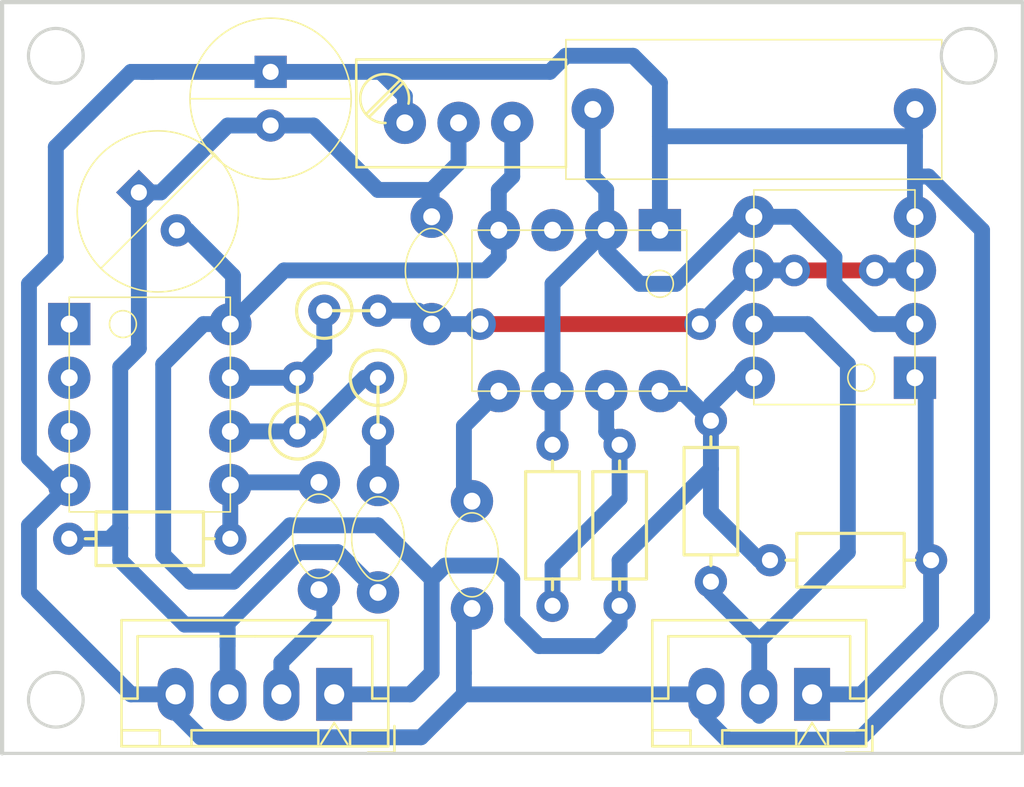
<source format=kicad_pcb>
(kicad_pcb (version 20171130) (host pcbnew "(5.1.5)-3")

  (general
    (thickness 1.6)
    (drawings 8)
    (tracks 170)
    (zones 0)
    (modules 21)
    (nets 15)
  )

  (page A4)
  (layers
    (0 F.Cu signal)
    (31 B.Cu signal)
    (32 B.Adhes user)
    (33 F.Adhes user)
    (34 B.Paste user)
    (35 F.Paste user)
    (36 B.SilkS user)
    (37 F.SilkS user)
    (38 B.Mask user)
    (39 F.Mask user)
    (40 Dwgs.User user)
    (41 Cmts.User user)
    (42 Eco1.User user)
    (43 Eco2.User user hide)
    (44 Edge.Cuts user)
    (45 Margin user)
    (46 B.CrtYd user)
    (47 F.CrtYd user)
    (48 B.Fab user)
    (49 F.Fab user)
  )

  (setup
    (last_trace_width 0.75)
    (trace_clearance 0.2)
    (zone_clearance 0.508)
    (zone_45_only no)
    (trace_min 0.2)
    (via_size 1.5)
    (via_drill 0.8)
    (via_min_size 0.4)
    (via_min_drill 0.3)
    (uvia_size 0.3)
    (uvia_drill 0.1)
    (uvias_allowed no)
    (uvia_min_size 0.2)
    (uvia_min_drill 0.1)
    (edge_width 0.15)
    (segment_width 0.2)
    (pcb_text_width 0.3)
    (pcb_text_size 1.5 1.5)
    (mod_edge_width 0.15)
    (mod_text_size 1 1)
    (mod_text_width 0.15)
    (pad_size 1.524 1.524)
    (pad_drill 0.762)
    (pad_to_mask_clearance 0.2)
    (aux_axis_origin 0 0)
    (visible_elements 7FFFFFFF)
    (pcbplotparams
      (layerselection 0x010fc_ffffffff)
      (usegerberextensions false)
      (usegerberattributes false)
      (usegerberadvancedattributes false)
      (creategerberjobfile false)
      (excludeedgelayer true)
      (linewidth 0.100000)
      (plotframeref false)
      (viasonmask false)
      (mode 1)
      (useauxorigin false)
      (hpglpennumber 1)
      (hpglpenspeed 20)
      (hpglpendiameter 15.000000)
      (psnegative false)
      (psa4output false)
      (plotreference true)
      (plotvalue true)
      (plotinvisibletext false)
      (padsonsilk false)
      (subtractmaskfromsilk false)
      (outputformat 1)
      (mirror false)
      (drillshape 1)
      (scaleselection 1)
      (outputdirectory ""))
  )

  (net 0 "")
  (net 1 "Net-(C1-Pad1)")
  (net 2 "Net-(C1-Pad2)")
  (net 3 "Net-(C3-Pad1)")
  (net 4 "Net-(C4-Pad2)")
  (net 5 GND)
  (net 6 "Net-(C6-Pad1)")
  (net 7 VCC)
  (net 8 "Net-(J3-Pad1)")
  (net 9 "Net-(R3-Pad1)")
  (net 10 "Net-(R4-Pad2)")
  (net 11 "Net-(C5-Pad1)")
  (net 12 "Net-(R6-Pad1)")
  (net 13 "Net-(C3-Pad2)")
  (net 14 "Net-(J3-Pad2)")

  (net_class Default "Questo è il gruppo di collegamenti predefinito"
    (clearance 0.2)
    (trace_width 0.75)
    (via_dia 1.5)
    (via_drill 0.8)
    (uvia_dia 0.3)
    (uvia_drill 0.1)
    (add_net GND)
    (add_net "Net-(C1-Pad1)")
    (add_net "Net-(C1-Pad2)")
    (add_net "Net-(C3-Pad1)")
    (add_net "Net-(C3-Pad2)")
    (add_net "Net-(C4-Pad2)")
    (add_net "Net-(C5-Pad1)")
    (add_net "Net-(C6-Pad1)")
    (add_net "Net-(J3-Pad1)")
    (add_net "Net-(J3-Pad2)")
    (add_net "Net-(R3-Pad1)")
    (add_net "Net-(R4-Pad2)")
    (add_net "Net-(R6-Pad1)")
    (add_net VCC)
  )

  (module Trimmer:Bourns_3296 (layer F.Cu) (tedit 5E74FAD6) (tstamp 5E6E5990)
    (at 158.75 61.595 180)
    (descr "Spindle Trimmer Potentiometer, Bourns 3296W, https://www.bourns.com/pdfs/3296.pdf")
    (tags "Spindle Trimmer Potentiometer   Bourns 3296W")
    (path /5E6E87E7)
    (fp_text reference RV1 (at -5.969 -1.778 180) (layer Eco1.User)
      (effects (font (size 0.5 0.5) (thickness 0.1)))
    )
    (fp_text value 100k (at -6.096 1.905 180) (layer Eco2.User)
      (effects (font (size 0.5 0.5) (thickness 0.1)))
    )
    (fp_line (start 1.691 0.275) (end 0.079 1.885) (layer F.SilkS) (width 0.12))
    (fp_line (start 1.831 0.416) (end 0.22 2.026) (layer F.SilkS) (width 0.12))
    (fp_line (start 2.285 -2.1) (end 2.3 3) (layer F.SilkS) (width 0.12))
    (fp_line (start -7.62 -2.1) (end -7.62 3) (layer F.SilkS) (width 0.12))
    (fp_line (start -7.62 3) (end 2.3 3) (layer F.SilkS) (width 0.12))
    (fp_line (start -7.62 -2.1) (end 2.285 -2.1) (layer F.SilkS) (width 0.12))
    (fp_arc (start 0.955 1.15) (end -0.174 0.91) (angle -103) (layer F.SilkS) (width 0.12))
    (fp_arc (start 0.955 1.15) (end 0.955 2.305) (angle -182) (layer F.SilkS) (width 0.12))
    (pad 3 thru_hole circle (at -5.08 0 180) (size 2 2) (drill 0.8) (layers *.Cu *.Mask)
      (net 7 VCC))
    (pad 2 thru_hole circle (at -2.54 0 180) (size 2 2) (drill 0.8) (layers *.Cu *.Mask)
      (net 13 "Net-(C3-Pad2)"))
    (pad 1 thru_hole circle (at 0 0 180) (size 2 2) (drill 0.8) (layers *.Cu *.Mask)
      (net 5 GND))
    (model "${MODELS}/Bourns 3296.wrl"
      (at (xyz 0 0 0))
      (scale (xyz 400 400 400))
      (rotate (xyz -90 0 0))
    )
    (model "${FPRINTS}/3D/bourns 3296.wrl"
      (at (xyz 0 0 0))
      (scale (xyz 1 1 1))
      (rotate (xyz 0 0 0))
    )
  )

  (module Condensatori:CP_D7.62_P2.54 (layer F.Cu) (tedit 5C9C9053) (tstamp 5E6E58F7)
    (at 152.4 60.452 270)
    (descr "Radial Electrolytic Capacitor, Diameter 6.3mm x Length 11.2mm, Pitch 2.5mm")
    (tags "Electrolytic Capacitor")
    (path /5E7136C0)
    (fp_text reference CP2 (at 0 -2.2225 270) (layer Eco1.User)
      (effects (font (size 1 1) (thickness 0.15)))
    )
    (fp_text value 10µ (at 0 2.286 270) (layer Eco2.User)
      (effects (font (size 1 1) (thickness 0.15)))
    )
    (fp_circle (center 0 0) (end 3.81 -0.127) (layer F.SilkS) (width 0.075))
    (fp_line (start 0 -3.81) (end 0 3.81) (layer F.SilkS) (width 0.075))
    (pad 1 thru_hole rect (at -1.27 0 270) (size 1.524 1.524) (drill 0.762) (layers *.Cu *.Mask)
      (net 5 GND))
    (pad 2 thru_hole circle (at 1.27 0 270) (size 1.524 1.524) (drill 0.762) (layers *.Cu *.Mask)
      (net 13 "Net-(C3-Pad2)"))
    (model ${MODELS}/CP_D6.3_P2.54.wrl
      (offset (xyz -1.269999980926514 0 0))
      (scale (xyz 1 1 1))
      (rotate (xyz 0 0 0))
    )
  )

  (module Condensatori:C_L5_W2.7_P5.08 (layer F.Cu) (tedit 5AC35620) (tstamp 5E6E58DD)
    (at 160.02 66.04 270)
    (path /5E74E2AF)
    (fp_text reference C4 (at 1.016 -1.524 270) (layer Eco1.User)
      (effects (font (size 0.5 0.5) (thickness 0.1)))
    )
    (fp_text value 10n (at 2.159 0 270) (layer Eco2.User)
      (effects (font (size 0.5 0.5) (thickness 0.1)))
    )
    (fp_arc (start 2.54 1.27) (end 0.762 -0.508) (angle 90) (layer F.SilkS) (width 0.075))
    (fp_arc (start 3.81 0) (end 4.318 -0.508) (angle 90) (layer F.SilkS) (width 0.075))
    (fp_arc (start 2.54 -1.27) (end 4.318 0.508) (angle 90) (layer F.SilkS) (width 0.075))
    (fp_arc (start 1.27 0) (end 0.762 0.508) (angle 90) (layer F.SilkS) (width 0.075))
    (pad 2 thru_hole circle (at 5.08 0 270) (size 2 2) (drill 0.8) (layers *.Cu *.Mask)
      (net 4 "Net-(C4-Pad2)"))
    (pad 1 thru_hole circle (at 0 0 270) (size 2 2) (drill 0.8) (layers *.Cu *.Mask)
      (net 13 "Net-(C3-Pad2)"))
    (model ${MODELS}/C_L5_W2.7_P5.08.wrl
      (at (xyz 0 0 0))
      (scale (xyz 1 1 1))
      (rotate (xyz 0 0 0))
    )
  )

  (module Condensatori:C_L5_W2.7_P5.08 (layer F.Cu) (tedit 5AC35620) (tstamp 5E6E58BF)
    (at 154.686 78.613 270)
    (path /5E74CA41)
    (fp_text reference C1 (at 1.016 -1.524 90) (layer Eco1.User)
      (effects (font (size 0.5 0.5) (thickness 0.1)))
    )
    (fp_text value 1u (at 2.159 0 90) (layer Eco2.User)
      (effects (font (size 0.5 0.5) (thickness 0.1)))
    )
    (fp_arc (start 2.54 1.27) (end 0.762 -0.508) (angle 90) (layer F.SilkS) (width 0.075))
    (fp_arc (start 3.81 0) (end 4.318 -0.508) (angle 90) (layer F.SilkS) (width 0.075))
    (fp_arc (start 2.54 -1.27) (end 4.318 0.508) (angle 90) (layer F.SilkS) (width 0.075))
    (fp_arc (start 1.27 0) (end 0.762 0.508) (angle 90) (layer F.SilkS) (width 0.075))
    (pad 2 thru_hole circle (at 5.08 0 270) (size 2 2) (drill 0.8) (layers *.Cu *.Mask)
      (net 2 "Net-(C1-Pad2)"))
    (pad 1 thru_hole circle (at 0 0 270) (size 2 2) (drill 0.8) (layers *.Cu *.Mask)
      (net 1 "Net-(C1-Pad1)"))
    (model ${MODELS}/C_L5_W2.7_P5.08.wrl
      (at (xyz 0 0 0))
      (scale (xyz 1 1 1))
      (rotate (xyz 0 0 0))
    )
  )

  (module Condensatori:C_L5_W2.7_P5.08 (layer F.Cu) (tedit 5AC35620) (tstamp 5E6E58D3)
    (at 157.48 78.74 270)
    (path /5E6EF997)
    (fp_text reference C3 (at 1.016 -1.524 270) (layer Eco1.User)
      (effects (font (size 0.5 0.5) (thickness 0.1)))
    )
    (fp_text value 1u (at 2.159 0 270) (layer Eco2.User)
      (effects (font (size 0.5 0.5) (thickness 0.1)))
    )
    (fp_arc (start 2.54 1.27) (end 0.762 -0.508) (angle 90) (layer F.SilkS) (width 0.075))
    (fp_arc (start 3.81 0) (end 4.318 -0.508) (angle 90) (layer F.SilkS) (width 0.075))
    (fp_arc (start 2.54 -1.27) (end 4.318 0.508) (angle 90) (layer F.SilkS) (width 0.075))
    (fp_arc (start 1.27 0) (end 0.762 0.508) (angle 90) (layer F.SilkS) (width 0.075))
    (pad 2 thru_hole circle (at 5.08 0 270) (size 2 2) (drill 0.8) (layers *.Cu *.Mask)
      (net 13 "Net-(C3-Pad2)"))
    (pad 1 thru_hole circle (at 0 0 270) (size 2 2) (drill 0.8) (layers *.Cu *.Mask)
      (net 3 "Net-(C3-Pad1)"))
    (model ${MODELS}/C_L5_W2.7_P5.08.wrl
      (at (xyz 0 0 0))
      (scale (xyz 1 1 1))
      (rotate (xyz 0 0 0))
    )
  )

  (module Condensatori:C_L5_W2.7_P5.08 (layer F.Cu) (tedit 5AC35620) (tstamp 5E6E58E7)
    (at 161.925 79.502 270)
    (path /5E6E7FF6)
    (fp_text reference C6 (at 1.016 -1.524 270) (layer Eco1.User)
      (effects (font (size 0.5 0.5) (thickness 0.1)))
    )
    (fp_text value 1n (at 2.159 0 270) (layer Eco2.User)
      (effects (font (size 0.5 0.5) (thickness 0.1)))
    )
    (fp_arc (start 2.54 1.27) (end 0.762 -0.508) (angle 90) (layer F.SilkS) (width 0.075))
    (fp_arc (start 3.81 0) (end 4.318 -0.508) (angle 90) (layer F.SilkS) (width 0.075))
    (fp_arc (start 2.54 -1.27) (end 4.318 0.508) (angle 90) (layer F.SilkS) (width 0.075))
    (fp_arc (start 1.27 0) (end 0.762 0.508) (angle 90) (layer F.SilkS) (width 0.075))
    (pad 2 thru_hole circle (at 5.08 0 270) (size 2 2) (drill 0.8) (layers *.Cu *.Mask)
      (net 5 GND))
    (pad 1 thru_hole circle (at 0 0 270) (size 2 2) (drill 0.8) (layers *.Cu *.Mask)
      (net 6 "Net-(C6-Pad1)"))
    (model ${MODELS}/C_L5_W2.7_P5.08.wrl
      (at (xyz 0 0 0))
      (scale (xyz 1 1 1))
      (rotate (xyz 0 0 0))
    )
  )

  (module Condensatori:CP_D7.62_P2.54 (layer F.Cu) (tedit 5C9C9053) (tstamp 5E75729C)
    (at 147.066 65.786 315)
    (descr "Radial Electrolytic Capacitor, Diameter 6.3mm x Length 11.2mm, Pitch 2.5mm")
    (tags "Electrolytic Capacitor")
    (path /5E714749)
    (fp_text reference CP1 (at 0 -2.2225 135) (layer Eco1.User)
      (effects (font (size 1 1) (thickness 0.15)))
    )
    (fp_text value 10µ (at 0 2.286 135) (layer Eco2.User)
      (effects (font (size 1 1) (thickness 0.15)))
    )
    (fp_circle (center 0 0) (end 3.81 -0.127) (layer F.SilkS) (width 0.075))
    (fp_line (start 0 -3.81) (end 0 3.81) (layer F.SilkS) (width 0.075))
    (pad 1 thru_hole rect (at -1.27 0 315) (size 1.524 1.524) (drill 0.762) (layers *.Cu *.Mask)
      (net 13 "Net-(C3-Pad2)"))
    (pad 2 thru_hole circle (at 1.27 0 315) (size 1.524 1.524) (drill 0.762) (layers *.Cu *.Mask)
      (net 7 VCC))
    (model ${MODELS}/CP_D6.3_P2.54.wrl
      (offset (xyz -1.269999980926514 0 0))
      (scale (xyz 1 1 1))
      (rotate (xyz 0 0 0))
    )
  )

  (module Resistenze:R_P7.62H (layer F.Cu) (tedit 5C9C95DE) (tstamp 5E6E595D)
    (at 165.735 80.645 90)
    (descr "Resistor, Axial,  RM 10mm, 1/3W")
    (tags "Resistor Axial RM 10mm 1/3W")
    (path /5E6EB7F2)
    (fp_text reference R6 (at -0.508 -2.032 90) (layer Eco1.User)
      (effects (font (size 1 1) (thickness 0.15)))
    )
    (fp_text value 100 (at -0.508 0 90) (layer Eco2.User)
      (effects (font (size 1 1) (thickness 0.15)))
    )
    (fp_line (start 2.54 -1.27) (end -2.54 -1.27) (layer F.SilkS) (width 0.15))
    (fp_line (start 2.54 1.27) (end 2.54 -1.27) (layer F.SilkS) (width 0.15))
    (fp_line (start -2.54 1.27) (end 2.54 1.27) (layer F.SilkS) (width 0.15))
    (fp_line (start -2.54 -1.27) (end -2.54 1.27) (layer F.SilkS) (width 0.15))
    (fp_line (start -2.54 0) (end -3.048 0) (layer F.SilkS) (width 0.15))
    (fp_line (start 2.54 0) (end 3.048 0) (layer F.SilkS) (width 0.15))
    (pad 2 thru_hole circle (at 3.81 0 90) (size 1.524 1.524) (drill 0.762) (layers *.Cu *.Mask)
      (net 11 "Net-(C5-Pad1)"))
    (pad 1 thru_hole circle (at -3.81 0 90) (size 1.524 1.524) (drill 0.762) (layers *.Cu *.Mask)
      (net 12 "Net-(R6-Pad1)"))
    (model ${MODELS}/R_P7.62H.wrl
      (offset (xyz -3.809999942779541 0 0))
      (scale (xyz 0.4 0.4 0.4))
      (rotate (xyz 0 0 0))
    )
  )

  (module Resistenze:R_P7.62H (layer F.Cu) (tedit 5C9C95DE) (tstamp 5E6E5969)
    (at 168.91 80.645 90)
    (descr "Resistor, Axial,  RM 10mm, 1/3W")
    (tags "Resistor Axial RM 10mm 1/3W")
    (path /5E6EB72E)
    (fp_text reference R7 (at -0.508 -2.032 90) (layer Eco1.User)
      (effects (font (size 1 1) (thickness 0.15)))
    )
    (fp_text value 10k (at -0.508 0 90) (layer Eco2.User)
      (effects (font (size 1 1) (thickness 0.15)))
    )
    (fp_line (start 2.54 -1.27) (end -2.54 -1.27) (layer F.SilkS) (width 0.15))
    (fp_line (start 2.54 1.27) (end 2.54 -1.27) (layer F.SilkS) (width 0.15))
    (fp_line (start -2.54 1.27) (end 2.54 1.27) (layer F.SilkS) (width 0.15))
    (fp_line (start -2.54 -1.27) (end -2.54 1.27) (layer F.SilkS) (width 0.15))
    (fp_line (start -2.54 0) (end -3.048 0) (layer F.SilkS) (width 0.15))
    (fp_line (start 2.54 0) (end 3.048 0) (layer F.SilkS) (width 0.15))
    (pad 2 thru_hole circle (at 3.81 0 90) (size 1.524 1.524) (drill 0.762) (layers *.Cu *.Mask)
      (net 12 "Net-(R6-Pad1)"))
    (pad 1 thru_hole circle (at -3.81 0 90) (size 1.524 1.524) (drill 0.762) (layers *.Cu *.Mask)
      (net 7 VCC))
    (model ${MODELS}/R_P7.62H.wrl
      (offset (xyz -3.809999942779541 0 0))
      (scale (xyz 0.4 0.4 0.4))
      (rotate (xyz 0 0 0))
    )
  )

  (module Resistenze:R_P7.62H (layer F.Cu) (tedit 5C9C95DE) (tstamp 5E6E5975)
    (at 179.832 82.296)
    (descr "Resistor, Axial,  RM 10mm, 1/3W")
    (tags "Resistor Axial RM 10mm 1/3W")
    (path /5E706E45)
    (fp_text reference R8 (at -0.508 -2.032) (layer Eco1.User)
      (effects (font (size 1 1) (thickness 0.15)))
    )
    (fp_text value 1.5k (at -0.508 0) (layer Eco2.User)
      (effects (font (size 1 1) (thickness 0.15)))
    )
    (fp_line (start 2.54 -1.27) (end -2.54 -1.27) (layer F.SilkS) (width 0.15))
    (fp_line (start 2.54 1.27) (end 2.54 -1.27) (layer F.SilkS) (width 0.15))
    (fp_line (start -2.54 1.27) (end 2.54 1.27) (layer F.SilkS) (width 0.15))
    (fp_line (start -2.54 -1.27) (end -2.54 1.27) (layer F.SilkS) (width 0.15))
    (fp_line (start -2.54 0) (end -3.048 0) (layer F.SilkS) (width 0.15))
    (fp_line (start 2.54 0) (end 3.048 0) (layer F.SilkS) (width 0.15))
    (pad 2 thru_hole circle (at 3.81 0) (size 1.524 1.524) (drill 0.762) (layers *.Cu *.Mask)
      (net 8 "Net-(J3-Pad1)"))
    (pad 1 thru_hole circle (at -3.81 0) (size 1.524 1.524) (drill 0.762) (layers *.Cu *.Mask)
      (net 7 VCC))
    (model ${MODELS}/R_P7.62H.wrl
      (offset (xyz -3.809999942779541 0 0))
      (scale (xyz 0.4 0.4 0.4))
      (rotate (xyz 0 0 0))
    )
  )

  (module DIP:DIP-8 (layer F.Cu) (tedit 5C9C90B0) (tstamp 5E6E59C3)
    (at 170.815 66.675 270)
    (path /5E6E7CE4)
    (fp_text reference U3 (at 3.81 3.81 270) (layer Eco1.User)
      (effects (font (size 1 1) (thickness 0.15)))
    )
    (fp_text value NE555 (at 3.81 6.096 270) (layer Eco2.User)
      (effects (font (size 1 1) (thickness 0.15)))
    )
    (fp_circle (center 2.54 0) (end 2.54 0.635) (layer F.SilkS) (width 0.075))
    (fp_line (start 7.62 -1.27) (end 7.62 8.89) (layer F.SilkS) (width 0.075))
    (fp_line (start 7.62 8.89) (end 0 8.89) (layer F.SilkS) (width 0.075))
    (fp_line (start 0 8.89) (end 0 -1.27) (layer F.SilkS) (width 0.075))
    (fp_line (start 0 -1.27) (end 7.62 -1.27) (layer F.SilkS) (width 0.075))
    (pad 8 thru_hole circle (at 7.62 0 180) (size 2 2) (drill 0.8) (layers *.Cu *.Mask)
      (net 7 VCC))
    (pad 7 thru_hole circle (at 7.62 2.54 180) (size 2 2) (drill 0.8) (layers *.Cu *.Mask)
      (net 12 "Net-(R6-Pad1)"))
    (pad 6 thru_hole circle (at 7.62 5.08 180) (size 2 2) (drill 0.8) (layers *.Cu *.Mask)
      (net 11 "Net-(C5-Pad1)"))
    (pad 5 thru_hole circle (at 7.62 7.62 180) (size 2 2) (drill 0.8) (layers *.Cu *.Mask)
      (net 6 "Net-(C6-Pad1)"))
    (pad 4 thru_hole circle (at 0 7.62 180) (size 2 2) (drill 0.8) (layers *.Cu *.Mask)
      (net 7 VCC))
    (pad 3 thru_hole circle (at 0 5.08 180) (size 2 2) (drill 0.8) (layers *.Cu *.Mask))
    (pad 2 thru_hole circle (at 0 2.54 180) (size 2 2) (drill 0.8) (layers *.Cu *.Mask)
      (net 11 "Net-(C5-Pad1)"))
    (pad 1 thru_hole rect (at 0 0 180) (size 2 2) (drill 0.8) (layers *.Cu *.Mask)
      (net 5 GND))
    (model ${MODELS}/DIP-8.wrl
      (at (xyz 0 0 0))
      (scale (xyz 1 1 1))
      (rotate (xyz 0 0 0))
    )
  )

  (module DIP:DIP-8 (layer F.Cu) (tedit 5C9C90B0) (tstamp 5E6E7C0C)
    (at 182.88 73.66 180)
    (path /5E6CEF74)
    (fp_text reference U1 (at 3.81 3.81 180) (layer Eco1.User)
      (effects (font (size 1 1) (thickness 0.15)))
    )
    (fp_text value LM393 (at 3.81 6.096 180) (layer Eco2.User)
      (effects (font (size 1 1) (thickness 0.15)))
    )
    (fp_circle (center 2.54 0) (end 2.54 0.635) (layer F.SilkS) (width 0.075))
    (fp_line (start 7.62 -1.27) (end 7.62 8.89) (layer F.SilkS) (width 0.075))
    (fp_line (start 7.62 8.89) (end 0 8.89) (layer F.SilkS) (width 0.075))
    (fp_line (start 0 8.89) (end 0 -1.27) (layer F.SilkS) (width 0.075))
    (fp_line (start 0 -1.27) (end 7.62 -1.27) (layer F.SilkS) (width 0.075))
    (pad 8 thru_hole circle (at 7.62 0 90) (size 2 2) (drill 0.8) (layers *.Cu *.Mask)
      (net 7 VCC))
    (pad 7 thru_hole circle (at 7.62 2.54 90) (size 2 2) (drill 0.8) (layers *.Cu *.Mask)
      (net 14 "Net-(J3-Pad2)"))
    (pad 6 thru_hole circle (at 7.62 5.08 90) (size 2 2) (drill 0.8) (layers *.Cu *.Mask)
      (net 4 "Net-(C4-Pad2)"))
    (pad 5 thru_hole circle (at 7.62 7.62 90) (size 2 2) (drill 0.8) (layers *.Cu *.Mask)
      (net 11 "Net-(C5-Pad1)"))
    (pad 4 thru_hole circle (at 0 7.62 90) (size 2 2) (drill 0.8) (layers *.Cu *.Mask)
      (net 5 GND))
    (pad 3 thru_hole circle (at 0 5.08 90) (size 2 2) (drill 0.8) (layers *.Cu *.Mask)
      (net 4 "Net-(C4-Pad2)"))
    (pad 2 thru_hole circle (at 0 2.54 90) (size 2 2) (drill 0.8) (layers *.Cu *.Mask)
      (net 11 "Net-(C5-Pad1)"))
    (pad 1 thru_hole rect (at 0 0 90) (size 2 2) (drill 0.8) (layers *.Cu *.Mask)
      (net 8 "Net-(J3-Pad1)"))
    (model ${MODELS}/DIP-8.wrl
      (at (xyz 0 0 0))
      (scale (xyz 1 1 1))
      (rotate (xyz 0 0 0))
    )
  )

  (module DIP:DIP-8 (layer F.Cu) (tedit 5C9C90B0) (tstamp 5E6E8C5D)
    (at 142.875 71.12)
    (path /5E6DE396)
    (fp_text reference U2 (at 3.81 3.81) (layer Eco1.User)
      (effects (font (size 1 1) (thickness 0.15)))
    )
    (fp_text value TL072 (at 3.81 6.096) (layer Eco2.User)
      (effects (font (size 1 1) (thickness 0.15)))
    )
    (fp_circle (center 2.54 0) (end 2.54 0.635) (layer F.SilkS) (width 0.075))
    (fp_line (start 7.62 -1.27) (end 7.62 8.89) (layer F.SilkS) (width 0.075))
    (fp_line (start 7.62 8.89) (end 0 8.89) (layer F.SilkS) (width 0.075))
    (fp_line (start 0 8.89) (end 0 -1.27) (layer F.SilkS) (width 0.075))
    (fp_line (start 0 -1.27) (end 7.62 -1.27) (layer F.SilkS) (width 0.075))
    (pad 8 thru_hole circle (at 7.62 0 270) (size 2 2) (drill 0.8) (layers *.Cu *.Mask)
      (net 7 VCC))
    (pad 7 thru_hole circle (at 7.62 2.54 270) (size 2 2) (drill 0.8) (layers *.Cu *.Mask)
      (net 10 "Net-(R4-Pad2)"))
    (pad 6 thru_hole circle (at 7.62 5.08 270) (size 2 2) (drill 0.8) (layers *.Cu *.Mask)
      (net 9 "Net-(R3-Pad1)"))
    (pad 5 thru_hole circle (at 7.62 7.62 270) (size 2 2) (drill 0.8) (layers *.Cu *.Mask)
      (net 1 "Net-(C1-Pad1)"))
    (pad 4 thru_hole circle (at 0 7.62 270) (size 2 2) (drill 0.8) (layers *.Cu *.Mask)
      (net 5 GND))
    (pad 3 thru_hole circle (at 0 5.08 270) (size 2 2) (drill 0.8) (layers *.Cu *.Mask))
    (pad 2 thru_hole circle (at 0 2.54 270) (size 2 2) (drill 0.8) (layers *.Cu *.Mask))
    (pad 1 thru_hole rect (at 0 0 270) (size 2 2) (drill 0.8) (layers *.Cu *.Mask))
    (model ${MODELS}/DIP-8.wrl
      (at (xyz 0 0 0))
      (scale (xyz 1 1 1))
      (rotate (xyz 0 0 0))
    )
  )

  (module Resistenze:R_P2.54V (layer F.Cu) (tedit 5C9C95EB) (tstamp 5E6E92C2)
    (at 157.48 73.66 270)
    (path /5E72F9BA)
    (fp_text reference R3 (at 1.27 -2.31 270) (layer Eco1.User)
      (effects (font (size 1 1) (thickness 0.15)))
    )
    (fp_text value 3.3k (at 1.27 2.31 270) (layer Eco2.User)
      (effects (font (size 1 1) (thickness 0.15)))
    )
    (fp_line (start 0 0) (end 2.54 0) (layer F.SilkS) (width 0.15))
    (fp_circle (center 0 0) (end 1.31 0) (layer F.SilkS) (width 0.15))
    (pad 2 thru_hole circle (at 2.54 0 270) (size 1.524 1.524) (drill 0.762) (layers *.Cu *.Mask)
      (net 3 "Net-(C3-Pad1)"))
    (pad 1 thru_hole circle (at 0 0 270) (size 1.524 1.524) (drill 0.762) (layers *.Cu *.Mask)
      (net 9 "Net-(R3-Pad1)"))
    (model ${MODELS}/R_P2.54V.wrl
      (at (xyz 0 0 0))
      (scale (xyz 0.393701 0.393701 0.393701))
      (rotate (xyz 0 0 0))
    )
  )

  (module Resistenze:R_P2.54V (layer F.Cu) (tedit 5C9C95EB) (tstamp 5E6E9288)
    (at 153.67 76.2 90)
    (path /5E72C4B8)
    (fp_text reference R4 (at 1.27 -2.31 90) (layer Eco1.User)
      (effects (font (size 1 1) (thickness 0.15)))
    )
    (fp_text value 36k (at 1.27 2.31 90) (layer Eco2.User)
      (effects (font (size 1 1) (thickness 0.15)))
    )
    (fp_line (start 0 0) (end 2.54 0) (layer F.SilkS) (width 0.15))
    (fp_circle (center 0 0) (end 1.31 0) (layer F.SilkS) (width 0.15))
    (pad 2 thru_hole circle (at 2.54 0 90) (size 1.524 1.524) (drill 0.762) (layers *.Cu *.Mask)
      (net 10 "Net-(R4-Pad2)"))
    (pad 1 thru_hole circle (at 0 0 90) (size 1.524 1.524) (drill 0.762) (layers *.Cu *.Mask)
      (net 9 "Net-(R3-Pad1)"))
    (model ${MODELS}/R_P2.54V.wrl
      (at (xyz 0 0 0))
      (scale (xyz 0.393701 0.393701 0.393701))
      (rotate (xyz 0 0 0))
    )
  )

  (module Resistenze:R_P2.54V (layer F.Cu) (tedit 5C9C95EB) (tstamp 5E6E928F)
    (at 154.94 70.485)
    (path /5E727E56)
    (fp_text reference R5 (at 1.27 -2.31) (layer Eco1.User)
      (effects (font (size 1 1) (thickness 0.15)))
    )
    (fp_text value 680 (at 1.27 2.31) (layer Eco2.User)
      (effects (font (size 1 1) (thickness 0.15)))
    )
    (fp_line (start 0 0) (end 2.54 0) (layer F.SilkS) (width 0.15))
    (fp_circle (center 0 0) (end 1.31 0) (layer F.SilkS) (width 0.15))
    (pad 2 thru_hole circle (at 2.54 0) (size 1.524 1.524) (drill 0.762) (layers *.Cu *.Mask)
      (net 4 "Net-(C4-Pad2)"))
    (pad 1 thru_hole circle (at 0 0) (size 1.524 1.524) (drill 0.762) (layers *.Cu *.Mask)
      (net 10 "Net-(R4-Pad2)"))
    (model ${MODELS}/R_P2.54V.wrl
      (at (xyz 0 0 0))
      (scale (xyz 0.393701 0.393701 0.393701))
      (rotate (xyz 0 0 0))
    )
  )

  (module Condensatori:C_L18_W5.08_P15 (layer F.Cu) (tedit 5E6E4CEF) (tstamp 5E6EAAB8)
    (at 167.64 60.96)
    (path /5E6EDD87)
    (fp_text reference C5 (at 0.127 -2.159) (layer Eco1.User)
      (effects (font (size 0.5 0.5) (thickness 0.1)))
    )
    (fp_text value 680p (at 2.159 0.127) (layer Eco2.User)
      (effects (font (size 0.5 0.5) (thickness 0.1)))
    )
    (fp_line (start -1.27 3.302) (end -1.27 -3.302) (layer F.SilkS) (width 0.075))
    (fp_line (start 16.51 3.302) (end -1.27 3.302) (layer F.SilkS) (width 0.075))
    (fp_line (start -1.27 -3.302) (end 16.51 -3.302) (layer F.SilkS) (width 0.075))
    (fp_line (start 16.51 -3.302) (end 16.51 3.302) (layer F.SilkS) (width 0.075))
    (pad 2 thru_hole circle (at 15.24 0) (size 2 2) (drill 0.8) (layers *.Cu *.Mask)
      (net 5 GND))
    (pad 1 thru_hole circle (at 0 0) (size 2 2) (drill 0.8) (layers *.Cu *.Mask)
      (net 11 "Net-(C5-Pad1)"))
    (model ${MODELS}/C_L18_W5.08_P15.wrl
      (at (xyz -0 -0 -0))
      (scale (xyz 1 1 1))
      (rotate (xyz 0 0 0))
    )
  )

  (module Connettori_JST_XH:1x03_P2.54 (layer F.Cu) (tedit 5E74F726) (tstamp 5E756780)
    (at 178.014 88.646 180)
    (descr "JST XH series connector, B3B-XH-A (http://www.jst-mfg.com/product/pdf/eng/eXH.pdf), generated with kicad-footprint-generator")
    (tags "connector JST XH vertical")
    (path /5E72D83B)
    (fp_text reference J3 (at 2.5 -3.55) (layer Eco1.User)
      (effects (font (size 1 1) (thickness 0.15)))
    )
    (fp_text value PWMOut (at 2.5 4.6) (layer Eco2.User)
      (effects (font (size 1 1) (thickness 0.15)))
    )
    (fp_line (start -2.56 -2.46) (end -2.56 3.51) (layer F.SilkS) (width 0.12))
    (fp_line (start -2.56 3.51) (end 7.56 3.51) (layer F.SilkS) (width 0.12))
    (fp_line (start 7.56 3.51) (end 7.56 -2.46) (layer F.SilkS) (width 0.12))
    (fp_line (start 7.56 -2.46) (end -2.56 -2.46) (layer F.SilkS) (width 0.12))
    (fp_line (start -0.625 -2.35) (end 0 -1.35) (layer F.SilkS) (width 0.1))
    (fp_line (start 0 -1.35) (end 0.625 -2.35) (layer F.SilkS) (width 0.1))
    (fp_line (start 0.75 -2.45) (end 0.75 -1.7) (layer F.SilkS) (width 0.12))
    (fp_line (start 0.75 -1.7) (end 4.25 -1.7) (layer F.SilkS) (width 0.12))
    (fp_line (start 4.25 -1.7) (end 4.25 -2.45) (layer F.SilkS) (width 0.12))
    (fp_line (start 4.25 -2.45) (end 0.75 -2.45) (layer F.SilkS) (width 0.12))
    (fp_line (start -2.55 -2.45) (end -2.55 -1.7) (layer F.SilkS) (width 0.12))
    (fp_line (start -2.55 -1.7) (end -0.75 -1.7) (layer F.SilkS) (width 0.12))
    (fp_line (start -0.75 -1.7) (end -0.75 -2.45) (layer F.SilkS) (width 0.12))
    (fp_line (start -0.75 -2.45) (end -2.55 -2.45) (layer F.SilkS) (width 0.12))
    (fp_line (start 5.75 -2.45) (end 5.75 -1.7) (layer F.SilkS) (width 0.12))
    (fp_line (start 5.75 -1.7) (end 7.55 -1.7) (layer F.SilkS) (width 0.12))
    (fp_line (start 7.55 -1.7) (end 7.55 -2.45) (layer F.SilkS) (width 0.12))
    (fp_line (start 7.55 -2.45) (end 5.75 -2.45) (layer F.SilkS) (width 0.12))
    (fp_line (start -2.55 -0.2) (end -1.8 -0.2) (layer F.SilkS) (width 0.12))
    (fp_line (start -1.8 -0.2) (end -1.8 2.75) (layer F.SilkS) (width 0.12))
    (fp_line (start -1.8 2.75) (end 2.5 2.75) (layer F.SilkS) (width 0.12))
    (fp_line (start 7.55 -0.2) (end 6.8 -0.2) (layer F.SilkS) (width 0.12))
    (fp_line (start 6.8 -0.2) (end 6.8 2.75) (layer F.SilkS) (width 0.12))
    (fp_line (start 6.8 2.75) (end 2.5 2.75) (layer F.SilkS) (width 0.12))
    (fp_line (start -1.6 -2.75) (end -2.85 -2.75) (layer F.SilkS) (width 0.12))
    (fp_line (start -2.85 -2.75) (end -2.85 -1.5) (layer F.SilkS) (width 0.12))
    (pad 1 thru_hole rect (at 0 0 180) (size 1.7 2.5) (drill 0.95) (layers *.Cu *.Mask)
      (net 8 "Net-(J3-Pad1)"))
    (pad 2 thru_hole oval (at 2.5 0 180) (size 1.7 2.5) (drill 0.95) (layers *.Cu *.Mask)
      (net 14 "Net-(J3-Pad2)"))
    (pad 3 thru_hole oval (at 5 0 180) (size 1.7 2.5) (drill 0.95) (layers *.Cu *.Mask)
      (net 5 GND))
    (model ${MODELS}/JST_XH_1x03_P2.54.wrl
      (at (xyz 0 0 0))
      (scale (xyz 1 1 1))
      (rotate (xyz 0 0 0))
    )
  )

  (module Connettori_JST_XH:1x04_P2.54 (layer F.Cu) (tedit 5E74FB9F) (tstamp 5E7567A0)
    (at 155.408 88.646 180)
    (descr "JST XH series connector, B4B-XH-A (http://www.jst-mfg.com/product/pdf/eng/eXH.pdf), generated with kicad-footprint-generator")
    (tags "connector JST XH vertical")
    (path /5E731FD1)
    (fp_text reference J4 (at -2.032 4.572) (layer Eco1.User)
      (effects (font (size 1 1) (thickness 0.15)))
    )
    (fp_text value AmpPowerSigIn (at 3.75 4.6) (layer Eco2.User)
      (effects (font (size 1 1) (thickness 0.15)))
    )
    (fp_line (start -2.56 -2.46) (end -2.56 3.51) (layer F.SilkS) (width 0.12))
    (fp_line (start -2.56 3.51) (end 10.06 3.51) (layer F.SilkS) (width 0.12))
    (fp_line (start 10.06 3.51) (end 10.06 -2.46) (layer F.SilkS) (width 0.12))
    (fp_line (start 10.06 -2.46) (end -2.56 -2.46) (layer F.SilkS) (width 0.12))
    (fp_line (start -0.625 -2.35) (end 0 -1.35) (layer F.SilkS) (width 0.1))
    (fp_line (start 0 -1.35) (end 0.625 -2.35) (layer F.SilkS) (width 0.1))
    (fp_line (start 0.75 -2.45) (end 0.75 -1.7) (layer F.SilkS) (width 0.12))
    (fp_line (start 0.75 -1.7) (end 6.75 -1.7) (layer F.SilkS) (width 0.12))
    (fp_line (start 6.75 -1.7) (end 6.75 -2.45) (layer F.SilkS) (width 0.12))
    (fp_line (start 6.75 -2.45) (end 0.75 -2.45) (layer F.SilkS) (width 0.12))
    (fp_line (start -2.55 -2.45) (end -2.55 -1.7) (layer F.SilkS) (width 0.12))
    (fp_line (start -2.55 -1.7) (end -0.75 -1.7) (layer F.SilkS) (width 0.12))
    (fp_line (start -0.75 -1.7) (end -0.75 -2.45) (layer F.SilkS) (width 0.12))
    (fp_line (start -0.75 -2.45) (end -2.55 -2.45) (layer F.SilkS) (width 0.12))
    (fp_line (start 8.25 -2.45) (end 8.25 -1.7) (layer F.SilkS) (width 0.12))
    (fp_line (start 8.25 -1.7) (end 10.05 -1.7) (layer F.SilkS) (width 0.12))
    (fp_line (start 10.05 -1.7) (end 10.05 -2.45) (layer F.SilkS) (width 0.12))
    (fp_line (start 10.05 -2.45) (end 8.25 -2.45) (layer F.SilkS) (width 0.12))
    (fp_line (start -2.55 -0.2) (end -1.8 -0.2) (layer F.SilkS) (width 0.12))
    (fp_line (start -1.8 -0.2) (end -1.8 2.75) (layer F.SilkS) (width 0.12))
    (fp_line (start -1.8 2.75) (end 3.75 2.75) (layer F.SilkS) (width 0.12))
    (fp_line (start 10.05 -0.2) (end 9.3 -0.2) (layer F.SilkS) (width 0.12))
    (fp_line (start 9.3 -0.2) (end 9.3 2.75) (layer F.SilkS) (width 0.12))
    (fp_line (start 9.3 2.75) (end 3.75 2.75) (layer F.SilkS) (width 0.12))
    (fp_line (start -1.6 -2.75) (end -2.85 -2.75) (layer F.SilkS) (width 0.12))
    (fp_line (start -2.85 -2.75) (end -2.85 -1.5) (layer F.SilkS) (width 0.12))
    (pad 1 thru_hole rect (at 0 0 180) (size 1.7 2.5) (drill 0.95) (layers *.Cu *.Mask)
      (net 7 VCC))
    (pad 2 thru_hole oval (at 2.5 0 180) (size 1.7 2.5) (drill 0.95) (layers *.Cu *.Mask)
      (net 2 "Net-(C1-Pad2)"))
    (pad 3 thru_hole oval (at 5 0 180) (size 1.7 2.5) (drill 0.95) (layers *.Cu *.Mask)
      (net 13 "Net-(C3-Pad2)"))
    (pad 4 thru_hole oval (at 7.5 0 180) (size 1.7 2.5) (drill 0.95) (layers *.Cu *.Mask)
      (net 5 GND))
    (model ${MODELS}/JST_XH_1x04_P2.54.wrl
      (at (xyz 0 0 0))
      (scale (xyz 1 1 1))
      (rotate (xyz 0 0 0))
    )
  )

  (module Resistenze:R_P7.62H (layer F.Cu) (tedit 5C9C95DE) (tstamp 5E7570E3)
    (at 173.228 79.502 270)
    (descr "Resistor, Axial,  RM 10mm, 1/3W")
    (tags "Resistor Axial RM 10mm 1/3W")
    (path /5E72D84B)
    (fp_text reference R9 (at -0.508 -2.032 90) (layer Eco1.User)
      (effects (font (size 1 1) (thickness 0.15)))
    )
    (fp_text value 1.5k (at -0.508 0 90) (layer Eco2.User)
      (effects (font (size 1 1) (thickness 0.15)))
    )
    (fp_line (start 2.54 -1.27) (end -2.54 -1.27) (layer F.SilkS) (width 0.15))
    (fp_line (start 2.54 1.27) (end 2.54 -1.27) (layer F.SilkS) (width 0.15))
    (fp_line (start -2.54 1.27) (end 2.54 1.27) (layer F.SilkS) (width 0.15))
    (fp_line (start -2.54 -1.27) (end -2.54 1.27) (layer F.SilkS) (width 0.15))
    (fp_line (start -2.54 0) (end -3.048 0) (layer F.SilkS) (width 0.15))
    (fp_line (start 2.54 0) (end 3.048 0) (layer F.SilkS) (width 0.15))
    (pad 2 thru_hole circle (at 3.81 0 270) (size 1.524 1.524) (drill 0.762) (layers *.Cu *.Mask)
      (net 14 "Net-(J3-Pad2)"))
    (pad 1 thru_hole circle (at -3.81 0 270) (size 1.524 1.524) (drill 0.762) (layers *.Cu *.Mask)
      (net 7 VCC))
    (model ${MODELS}/R_P7.62H.wrl
      (offset (xyz -3.809999942779541 0 0))
      (scale (xyz 0.4 0.4 0.4))
      (rotate (xyz 0 0 0))
    )
  )

  (module Resistenze:R_P7.62H (layer F.Cu) (tedit 5C9C95DE) (tstamp 5E757258)
    (at 146.685 81.28)
    (descr "Resistor, Axial,  RM 10mm, 1/3W")
    (tags "Resistor Axial RM 10mm 1/3W")
    (path /5E75B9CF)
    (fp_text reference R2 (at -0.508 -2.032) (layer Eco1.User)
      (effects (font (size 1 1) (thickness 0.15)))
    )
    (fp_text value 2.2k (at -0.508 0) (layer Eco2.User)
      (effects (font (size 1 1) (thickness 0.15)))
    )
    (fp_line (start 2.54 -1.27) (end -2.54 -1.27) (layer F.SilkS) (width 0.15))
    (fp_line (start 2.54 1.27) (end 2.54 -1.27) (layer F.SilkS) (width 0.15))
    (fp_line (start -2.54 1.27) (end 2.54 1.27) (layer F.SilkS) (width 0.15))
    (fp_line (start -2.54 -1.27) (end -2.54 1.27) (layer F.SilkS) (width 0.15))
    (fp_line (start -2.54 0) (end -3.048 0) (layer F.SilkS) (width 0.15))
    (fp_line (start 2.54 0) (end 3.048 0) (layer F.SilkS) (width 0.15))
    (pad 2 thru_hole circle (at 3.81 0) (size 1.524 1.524) (drill 0.762) (layers *.Cu *.Mask)
      (net 1 "Net-(C1-Pad1)"))
    (pad 1 thru_hole circle (at -3.81 0) (size 1.524 1.524) (drill 0.762) (layers *.Cu *.Mask)
      (net 13 "Net-(C3-Pad2)"))
    (model ${MODELS}/R_P7.62H.wrl
      (offset (xyz -3.809999942779541 0 0))
      (scale (xyz 0.4 0.4 0.4))
      (rotate (xyz 0 0 0))
    )
  )

  (gr_circle (center 185.42 58.42) (end 186.69 58.674) (layer Edge.Cuts) (width 0.15) (tstamp 5E757022))
  (gr_circle (center 142.24 58.42) (end 143.51 58.674) (layer Edge.Cuts) (width 0.15) (tstamp 5E757022))
  (gr_circle (center 185.42 88.9) (end 186.69 89.154) (layer Edge.Cuts) (width 0.15) (tstamp 5E757022))
  (gr_circle (center 142.24 88.9) (end 143.51 89.154) (layer Edge.Cuts) (width 0.15))
  (gr_line (start 187.96 55.88) (end 187.96 91.44) (layer Edge.Cuts) (width 0.15))
  (gr_line (start 139.7 55.88) (end 187.96 55.88) (layer Edge.Cuts) (width 0.2))
  (gr_line (start 139.7 91.44) (end 139.7 55.88) (layer Edge.Cuts) (width 0.2))
  (gr_line (start 187.96 91.44) (end 139.7 91.44) (layer Edge.Cuts) (width 0.15))

  (segment (start 154.686 78.613) (end 150.622 78.613) (width 0.75) (layer B.Cu) (net 1))
  (segment (start 150.622 78.613) (end 150.495 78.74) (width 0.75) (layer B.Cu) (net 1))
  (segment (start 150.495 78.74) (end 150.495 81.28) (width 0.75) (layer B.Cu) (net 1))
  (segment (start 152.908 88.646) (end 152.908 87.122) (width 0.75) (layer B.Cu) (net 2))
  (segment (start 152.908 87.122) (end 154.94 85.09) (width 0.75) (layer B.Cu) (net 2))
  (segment (start 154.94 85.09) (end 154.94 83.82) (width 0.75) (layer B.Cu) (net 2))
  (segment (start 157.48 78.74) (end 157.48 76.2) (width 0.75) (layer B.Cu) (net 3))
  (via (at 177.165 68.58) (size 1.5) (drill 0.8) (layers F.Cu B.Cu) (net 4))
  (segment (start 175.26 68.58) (end 177.165 68.58) (width 0.75) (layer B.Cu) (net 4) (status 10))
  (via (at 180.975 68.58) (size 1.5) (drill 0.8) (layers F.Cu B.Cu) (net 4))
  (segment (start 180.975 68.58) (end 182.88 68.58) (width 0.75) (layer B.Cu) (net 4) (status 20))
  (segment (start 177.165 68.58) (end 180.975 68.58) (width 0.75) (layer F.Cu) (net 4))
  (segment (start 159.385 70.485) (end 160.02 71.12) (width 0.75) (layer B.Cu) (net 4) (status 30))
  (segment (start 157.48 70.485) (end 159.385 70.485) (width 0.75) (layer B.Cu) (net 4) (status 30))
  (via (at 172.72 71.12) (size 1.5) (drill 0.8) (layers F.Cu B.Cu) (net 4))
  (segment (start 172.72 71.12) (end 175.26 68.58) (width 0.75) (layer B.Cu) (net 4))
  (via (at 162.306 71.12) (size 1.5) (drill 0.8) (layers F.Cu B.Cu) (net 4))
  (segment (start 162.306 71.12) (end 160.02 71.12) (width 0.75) (layer B.Cu) (net 4))
  (segment (start 162.306 71.12) (end 172.72 71.12) (width 0.75) (layer F.Cu) (net 4))
  (segment (start 158.75 61.595) (end 158.75 60.325) (width 0.75) (layer B.Cu) (net 5) (status 10))
  (segment (start 161.544 87.63) (end 161.544 84.582) (width 0.75) (layer B.Cu) (net 5) (status 20))
  (segment (start 161.544 88.646) (end 161.544 87.63) (width 0.75) (layer B.Cu) (net 5))
  (segment (start 159.512 90.678) (end 161.544 88.646) (width 0.75) (layer B.Cu) (net 5))
  (segment (start 149.098 90.678) (end 159.512 90.678) (width 0.75) (layer B.Cu) (net 5))
  (segment (start 147.908 88.646) (end 147.908 89.488) (width 0.75) (layer B.Cu) (net 5))
  (segment (start 147.908 89.488) (end 149.098 90.678) (width 0.75) (layer B.Cu) (net 5))
  (segment (start 157.607 59.182) (end 158.75 60.325) (width 0.75) (layer B.Cu) (net 5))
  (segment (start 152.4 59.182) (end 157.607 59.182) (width 0.75) (layer B.Cu) (net 5))
  (segment (start 175.514 88.646) (end 175.514 89.662) (width 0.75) (layer B.Cu) (net 14))
  (segment (start 162.052 75.438) (end 163.195 74.295) (width 0.75) (layer B.Cu) (net 6) (status 20))
  (segment (start 161.544 79.502) (end 161.544 75.946) (width 0.75) (layer B.Cu) (net 6) (status 10))
  (segment (start 161.544 75.946) (end 162.052 75.438) (width 0.75) (layer B.Cu) (net 6))
  (segment (start 163.195 66.675) (end 163.195 64.77) (width 0.75) (layer B.Cu) (net 7) (status 10))
  (segment (start 163.83 64.135) (end 163.83 61.595) (width 0.75) (layer B.Cu) (net 7) (status 20))
  (segment (start 163.195 64.77) (end 163.83 64.135) (width 0.75) (layer B.Cu) (net 7))
  (segment (start 150.495 76.2) (end 153.67 76.2) (width 0.75) (layer B.Cu) (net 9) (status 30))
  (segment (start 153.67 76.2) (end 154.305 76.2) (width 0.75) (layer B.Cu) (net 9) (status 30))
  (segment (start 156.845 73.66) (end 157.48 73.66) (width 0.75) (layer B.Cu) (net 9) (status 30))
  (segment (start 154.305 76.2) (end 156.845 73.66) (width 0.75) (layer B.Cu) (net 9) (status 30))
  (segment (start 154.94 72.39) (end 153.67 73.66) (width 0.75) (layer B.Cu) (net 10) (status 20))
  (segment (start 154.94 70.485) (end 154.94 72.39) (width 0.75) (layer B.Cu) (net 10) (status 10))
  (segment (start 150.495 73.66) (end 153.67 73.66) (width 0.75) (layer B.Cu) (net 10) (status 30))
  (segment (start 167.64 60.96) (end 167.64 64.135) (width 0.75) (layer B.Cu) (net 11) (status 10))
  (segment (start 168.275 64.77) (end 168.275 66.675) (width 0.75) (layer B.Cu) (net 11) (status 20))
  (segment (start 167.64 64.135) (end 168.275 64.77) (width 0.75) (layer B.Cu) (net 11))
  (segment (start 165.735 76.835) (end 165.735 74.295) (width 0.75) (layer B.Cu) (net 11) (status 30))
  (segment (start 168.275 76.2) (end 168.91 76.835) (width 0.75) (layer B.Cu) (net 12) (status 20))
  (segment (start 168.275 74.295) (end 168.275 76.2) (width 0.75) (layer B.Cu) (net 12) (status 10))
  (segment (start 165.735 84.455) (end 165.735 82.55) (width 0.75) (layer B.Cu) (net 12) (status 10))
  (segment (start 168.91 79.375) (end 168.91 76.835) (width 0.75) (layer B.Cu) (net 12) (status 20))
  (segment (start 165.735 82.55) (end 168.91 79.375) (width 0.75) (layer B.Cu) (net 12))
  (segment (start 160.02 66.04) (end 160.02 64.77) (width 0.75) (layer B.Cu) (net 13) (status 10))
  (segment (start 161.29 63.5) (end 160.02 64.77) (width 0.75) (layer B.Cu) (net 13))
  (segment (start 161.29 61.595) (end 161.29 63.5) (width 0.75) (layer B.Cu) (net 13) (status 10))
  (segment (start 157.607 59.182) (end 165.608 59.182) (width 0.75) (layer B.Cu) (net 5))
  (segment (start 165.608 59.182) (end 166.37 58.42) (width 0.75) (layer B.Cu) (net 5))
  (segment (start 166.37 58.42) (end 169.545 58.42) (width 0.75) (layer B.Cu) (net 5))
  (segment (start 169.545 58.42) (end 170.815 59.69) (width 0.75) (layer B.Cu) (net 5))
  (segment (start 182.88 60.96) (end 182.88 62.23) (width 0.75) (layer B.Cu) (net 5))
  (segment (start 170.815 62.23) (end 182.88 62.23) (width 0.75) (layer B.Cu) (net 5))
  (segment (start 170.815 62.23) (end 170.815 66.675) (width 0.75) (layer B.Cu) (net 5))
  (segment (start 170.815 59.69) (end 170.815 62.23) (width 0.75) (layer B.Cu) (net 5))
  (segment (start 182.88 62.23) (end 182.88 64.135) (width 0.75) (layer B.Cu) (net 5))
  (segment (start 182.88 64.135) (end 182.88 66.04) (width 0.75) (layer B.Cu) (net 5))
  (segment (start 161.544 88.646) (end 172.466 88.646) (width 0.75) (layer B.Cu) (net 5))
  (segment (start 172.466 88.646) (end 172.72 88.9) (width 0.75) (layer B.Cu) (net 5))
  (segment (start 140.97 80.645) (end 142.875 78.74) (width 0.75) (layer B.Cu) (net 5))
  (segment (start 140.97 83.82) (end 140.97 80.645) (width 0.75) (layer B.Cu) (net 5))
  (segment (start 147.908 88.646) (end 145.796 88.646) (width 0.75) (layer B.Cu) (net 5))
  (segment (start 145.796 88.646) (end 140.97 83.82) (width 0.75) (layer B.Cu) (net 5))
  (segment (start 146.812 59.182) (end 152.4 59.182) (width 0.75) (layer B.Cu) (net 5))
  (segment (start 146.304 59.182) (end 146.812 59.182) (width 0.75) (layer B.Cu) (net 5))
  (segment (start 142.24 78.74) (end 142.875 78.74) (width 0.75) (layer B.Cu) (net 5))
  (segment (start 140.97 77.47) (end 142.24 78.74) (width 0.75) (layer B.Cu) (net 5))
  (segment (start 142.24 67.945) (end 140.97 69.215) (width 0.75) (layer B.Cu) (net 5))
  (segment (start 140.97 69.215) (end 140.97 77.47) (width 0.75) (layer B.Cu) (net 5))
  (segment (start 146.812 59.182) (end 145.796 59.182) (width 0.75) (layer B.Cu) (net 5))
  (segment (start 145.796 59.182) (end 142.24 62.738) (width 0.75) (layer B.Cu) (net 5))
  (segment (start 142.24 62.738) (end 142.24 67.945) (width 0.75) (layer B.Cu) (net 5))
  (segment (start 186.055 66.675) (end 183.515 64.135) (width 0.75) (layer B.Cu) (net 5))
  (segment (start 173.014 89.81399) (end 173.99 90.78999) (width 0.75) (layer B.Cu) (net 5))
  (segment (start 173.99 90.78999) (end 180.22801 90.78999) (width 0.75) (layer B.Cu) (net 5))
  (segment (start 180.22801 90.78999) (end 186.055 84.963) (width 0.75) (layer B.Cu) (net 5))
  (segment (start 183.515 64.135) (end 182.88 64.135) (width 0.75) (layer B.Cu) (net 5))
  (segment (start 173.014 88.646) (end 173.014 89.81399) (width 0.75) (layer B.Cu) (net 5))
  (segment (start 186.055 84.963) (end 186.055 66.675) (width 0.75) (layer B.Cu) (net 5))
  (segment (start 168.91 85.344) (end 168.91 84.582) (width 0.75) (layer B.Cu) (net 7))
  (segment (start 167.894 86.36) (end 168.91 85.344) (width 0.75) (layer B.Cu) (net 7))
  (segment (start 165.1 86.36) (end 167.894 86.36) (width 0.75) (layer B.Cu) (net 7))
  (segment (start 163.83 85.09) (end 165.1 86.36) (width 0.75) (layer B.Cu) (net 7))
  (segment (start 163.83 83.185) (end 163.83 85.09) (width 0.75) (layer B.Cu) (net 7))
  (segment (start 163.195 82.55) (end 163.83 83.185) (width 0.75) (layer B.Cu) (net 7))
  (segment (start 160.02 83.185) (end 160.655 82.55) (width 0.75) (layer B.Cu) (net 7))
  (segment (start 160.655 82.55) (end 163.195 82.55) (width 0.75) (layer B.Cu) (net 7))
  (segment (start 159.004 88.646) (end 155.408 88.646) (width 0.75) (layer B.Cu) (net 7))
  (segment (start 160.02 87.63) (end 159.004 88.646) (width 0.75) (layer B.Cu) (net 7))
  (segment (start 160.02 83.185) (end 160.02 87.63) (width 0.75) (layer B.Cu) (net 7))
  (segment (start 153.315741 80.645) (end 157.48 80.645) (width 0.75) (layer B.Cu) (net 7))
  (segment (start 150.648741 83.312) (end 153.315741 80.645) (width 0.75) (layer B.Cu) (net 7))
  (segment (start 150.495 71.12) (end 149.225 71.12) (width 0.75) (layer B.Cu) (net 7))
  (segment (start 149.225 71.12) (end 147.32 73.025) (width 0.75) (layer B.Cu) (net 7))
  (segment (start 147.32 73.025) (end 147.32 82.042) (width 0.75) (layer B.Cu) (net 7))
  (segment (start 147.32 82.042) (end 148.59 83.312) (width 0.75) (layer B.Cu) (net 7))
  (segment (start 157.48 80.645) (end 160.02 83.185) (width 0.75) (layer B.Cu) (net 7))
  (segment (start 148.59 83.312) (end 150.648741 83.312) (width 0.75) (layer B.Cu) (net 7))
  (segment (start 163.195 66.675) (end 163.195 67.945) (width 0.75) (layer B.Cu) (net 7) (status 10))
  (segment (start 163.195 67.945) (end 162.56 68.58) (width 0.75) (layer B.Cu) (net 7))
  (segment (start 153.035 68.58) (end 150.495 71.12) (width 0.75) (layer B.Cu) (net 7) (status 20))
  (segment (start 162.56 68.58) (end 153.035 68.58) (width 0.75) (layer B.Cu) (net 7))
  (segment (start 168.91 84.455) (end 168.91 82.296) (width 0.75) (layer B.Cu) (net 7))
  (segment (start 168.91 82.296) (end 173.228 77.978) (width 0.75) (layer B.Cu) (net 7))
  (segment (start 173.228 77.978) (end 173.228 75.692) (width 0.75) (layer B.Cu) (net 7))
  (segment (start 173.228 75.692) (end 171.958 74.422) (width 0.75) (layer B.Cu) (net 7))
  (segment (start 171.958 74.422) (end 170.942 74.422) (width 0.75) (layer B.Cu) (net 7))
  (segment (start 175.26 73.66) (end 174.498 73.66) (width 0.75) (layer B.Cu) (net 7))
  (segment (start 174.498 73.66) (end 173.228 74.93) (width 0.75) (layer B.Cu) (net 7))
  (segment (start 173.228 74.93) (end 173.228 75.692) (width 0.75) (layer B.Cu) (net 7))
  (segment (start 176.022 82.296) (end 175.514 82.296) (width 0.75) (layer B.Cu) (net 7))
  (segment (start 173.228 80.01) (end 173.228 77.978) (width 0.75) (layer B.Cu) (net 7))
  (segment (start 175.514 82.296) (end 173.228 80.01) (width 0.75) (layer B.Cu) (net 7))
  (segment (start 147.964026 66.684026) (end 148.472026 66.684026) (width 0.75) (layer B.Cu) (net 7))
  (segment (start 148.472026 66.684026) (end 150.622 68.834) (width 0.75) (layer B.Cu) (net 7))
  (segment (start 150.622 68.834) (end 150.622 71.12) (width 0.75) (layer B.Cu) (net 7))
  (segment (start 183.388 74.168) (end 182.88 73.66) (width 0.75) (layer B.Cu) (net 8))
  (segment (start 183.642 82.296) (end 183.388 82.042) (width 0.75) (layer B.Cu) (net 8))
  (segment (start 183.388 82.042) (end 183.388 74.168) (width 0.75) (layer B.Cu) (net 8))
  (segment (start 183.642 85.344) (end 183.642 82.296) (width 0.75) (layer B.Cu) (net 8))
  (segment (start 178.014 88.646) (end 180.34 88.646) (width 0.75) (layer B.Cu) (net 8))
  (segment (start 180.34 88.646) (end 183.642 85.344) (width 0.75) (layer B.Cu) (net 8))
  (segment (start 182.88 71.12) (end 180.975 71.12) (width 0.75) (layer B.Cu) (net 11))
  (segment (start 180.975 71.12) (end 179.07 69.215) (width 0.75) (layer B.Cu) (net 11))
  (segment (start 179.07 69.215) (end 179.07 67.945) (width 0.75) (layer B.Cu) (net 11))
  (segment (start 179.07 67.945) (end 177.165 66.04) (width 0.75) (layer B.Cu) (net 11))
  (segment (start 175.26 66.04) (end 177.165 66.04) (width 0.75) (layer B.Cu) (net 11))
  (segment (start 165.735 69.215) (end 168.275 66.675) (width 0.75) (layer B.Cu) (net 11))
  (segment (start 165.735 74.295) (end 165.735 69.215) (width 0.75) (layer B.Cu) (net 11))
  (segment (start 171.577 69.215) (end 174.752 66.04) (width 0.75) (layer B.Cu) (net 11))
  (segment (start 169.8625 69.215) (end 171.577 69.215) (width 0.75) (layer B.Cu) (net 11))
  (segment (start 174.752 66.04) (end 175.26 66.04) (width 0.75) (layer B.Cu) (net 11))
  (segment (start 168.275 66.675) (end 168.275 67.6275) (width 0.75) (layer B.Cu) (net 11))
  (segment (start 168.275 67.6275) (end 169.8625 69.215) (width 0.75) (layer B.Cu) (net 11))
  (segment (start 152.4 61.722) (end 154.432 61.722) (width 0.75) (layer B.Cu) (net 13))
  (segment (start 157.48 64.77) (end 160.02 64.77) (width 0.75) (layer B.Cu) (net 13))
  (segment (start 154.432 61.722) (end 157.48 64.77) (width 0.75) (layer B.Cu) (net 13))
  (segment (start 144.78 81.28) (end 142.875 81.28) (width 0.75) (layer B.Cu) (net 13))
  (segment (start 150.368 86.36) (end 150.368 88.9) (width 0.75) (layer B.Cu) (net 13))
  (segment (start 146.167974 64.887974) (end 147.202026 64.887974) (width 0.75) (layer B.Cu) (net 13))
  (segment (start 147.202026 64.887974) (end 150.368 61.722) (width 0.75) (layer B.Cu) (net 13))
  (segment (start 150.368 61.722) (end 152.146 61.722) (width 0.75) (layer B.Cu) (net 13))
  (segment (start 152.146 61.722) (end 152.654 61.722) (width 0.75) (layer B.Cu) (net 13))
  (segment (start 146.167974 64.887974) (end 146.167974 72.272026) (width 0.75) (layer B.Cu) (net 13))
  (segment (start 146.167974 72.272026) (end 145.288 73.152) (width 0.75) (layer B.Cu) (net 13))
  (segment (start 145.288 80.772) (end 144.78 81.28) (width 0.75) (layer B.Cu) (net 13))
  (segment (start 145.288 73.152) (end 145.288 80.772) (width 0.75) (layer B.Cu) (net 13))
  (segment (start 155.575 81.915) (end 153.7335 81.915) (width 0.75) (layer B.Cu) (net 13))
  (segment (start 157.48 83.82) (end 155.575 81.915) (width 0.75) (layer B.Cu) (net 13))
  (segment (start 153.7335 81.915) (end 150.368 85.2805) (width 0.75) (layer B.Cu) (net 13))
  (segment (start 150.368 85.2805) (end 150.368 86.36) (width 0.75) (layer B.Cu) (net 13))
  (segment (start 145.288 82.296) (end 145.288 80.772) (width 0.75) (layer B.Cu) (net 13))
  (segment (start 148.336 85.344) (end 145.288 82.296) (width 0.75) (layer B.Cu) (net 13))
  (segment (start 150.114 85.344) (end 148.336 85.344) (width 0.75) (layer B.Cu) (net 13))
  (segment (start 150.368 86.36) (end 150.368 85.598) (width 0.75) (layer B.Cu) (net 13))
  (segment (start 150.368 85.598) (end 150.114 85.344) (width 0.75) (layer B.Cu) (net 13))
  (segment (start 175.514 88.646) (end 175.514 86.106) (width 0.75) (layer B.Cu) (net 14))
  (segment (start 175.514 86.106) (end 179.705 81.915) (width 0.75) (layer B.Cu) (net 14))
  (segment (start 179.705 81.915) (end 179.705 73.025) (width 0.75) (layer B.Cu) (net 14))
  (segment (start 179.705 73.025) (end 177.8 71.12) (width 0.75) (layer B.Cu) (net 14))
  (segment (start 177.8 71.12) (end 175.26 71.12) (width 0.75) (layer B.Cu) (net 14))
  (segment (start 173.228 83.312) (end 173.228 83.82) (width 0.75) (layer B.Cu) (net 14))
  (segment (start 173.228 83.82) (end 175.514 86.106) (width 0.75) (layer B.Cu) (net 14))

)

</source>
